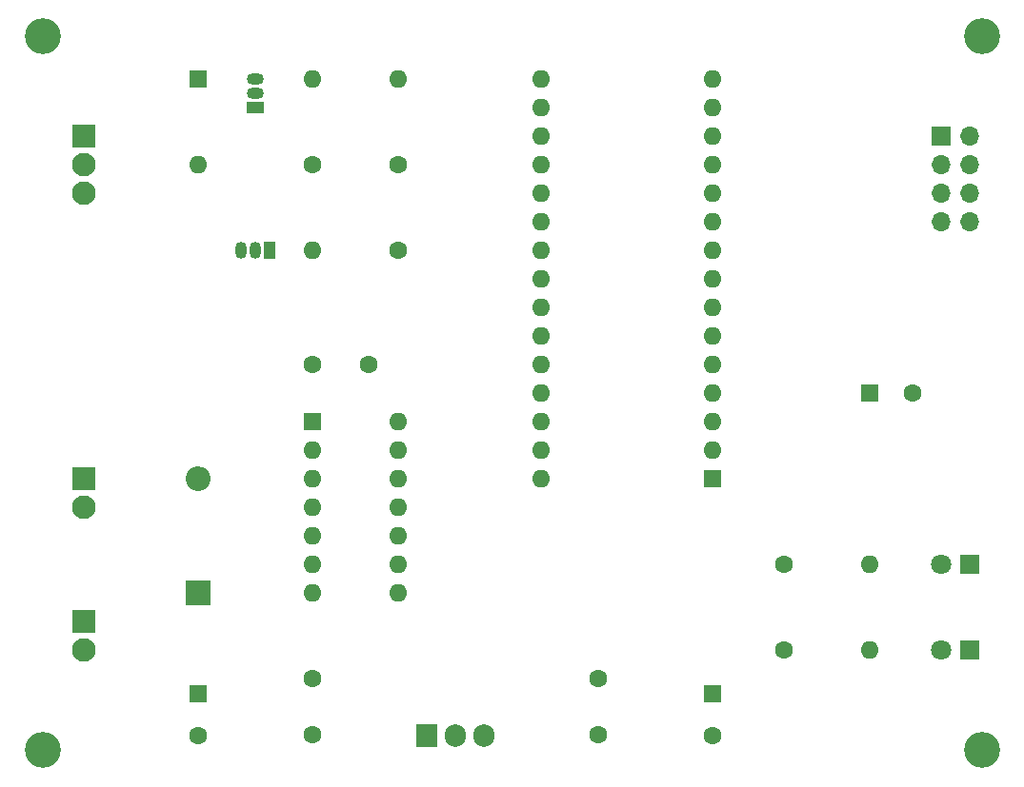
<source format=gbr>
%TF.GenerationSoftware,KiCad,Pcbnew,7.0.6*%
%TF.CreationDate,2023-08-14T15:02:37+02:00*%
%TF.ProjectId,ps2_mouse_to_serial_port_adapter_in_a_box,7073325f-6d6f-4757-9365-5f746f5f7365,rev?*%
%TF.SameCoordinates,Original*%
%TF.FileFunction,Soldermask,Top*%
%TF.FilePolarity,Negative*%
%FSLAX46Y46*%
G04 Gerber Fmt 4.6, Leading zero omitted, Abs format (unit mm)*
G04 Created by KiCad (PCBNEW 7.0.6) date 2023-08-14 15:02:37*
%MOMM*%
%LPD*%
G01*
G04 APERTURE LIST*
%ADD10C,3.200000*%
%ADD11R,2.100000X2.100000*%
%ADD12C,2.100000*%
%ADD13R,1.600000X1.600000*%
%ADD14C,1.600000*%
%ADD15R,2.200000X2.200000*%
%ADD16O,2.200000X2.200000*%
%ADD17R,1.800000X1.800000*%
%ADD18C,1.800000*%
%ADD19O,1.600000X1.600000*%
%ADD20R,1.500000X1.050000*%
%ADD21O,1.500000X1.050000*%
%ADD22R,1.050000X1.500000*%
%ADD23O,1.050000X1.500000*%
%ADD24R,1.905000X2.000000*%
%ADD25O,1.905000X2.000000*%
%ADD26R,1.700000X1.700000*%
%ADD27O,1.700000X1.700000*%
G04 APERTURE END LIST*
D10*
%TO.C,H4*%
X99069000Y-79069000D03*
%TD*%
%TO.C,H3*%
X15569000Y-79069000D03*
%TD*%
%TO.C,H2*%
X99069000Y-15569000D03*
%TD*%
%TO.C,H1*%
X15569000Y-15569000D03*
%TD*%
D11*
%TO.C,J1*%
X19219000Y-67639000D03*
D12*
X19219000Y-70179000D03*
%TD*%
D13*
%TO.C,C5*%
X75099000Y-73999000D03*
D14*
X75099000Y-77799000D03*
%TD*%
D15*
%TO.C,D2*%
X29379000Y-65099000D03*
D16*
X29379000Y-54939000D03*
%TD*%
D17*
%TO.C,D4*%
X97959000Y-70179000D03*
D18*
X95419000Y-70179000D03*
%TD*%
D13*
%TO.C,U1*%
X39539000Y-49859000D03*
D19*
X39539000Y-52399000D03*
X39539000Y-54939000D03*
X39539000Y-57479000D03*
X39539000Y-60019000D03*
X39539000Y-62559000D03*
X39539000Y-65099000D03*
X47159000Y-65099000D03*
X47159000Y-62559000D03*
X47159000Y-60019000D03*
X47159000Y-57479000D03*
X47159000Y-54939000D03*
X47159000Y-52399000D03*
X47159000Y-49859000D03*
%TD*%
D13*
%TO.C,D1*%
X29379000Y-19379000D03*
D19*
X29379000Y-26999000D03*
%TD*%
D14*
%TO.C,R1*%
X47159000Y-26999000D03*
D19*
X47159000Y-19379000D03*
%TD*%
D14*
%TO.C,C3*%
X39539000Y-72719000D03*
X39539000Y-77719000D03*
%TD*%
%TO.C,R2*%
X39539000Y-26999000D03*
D19*
X39539000Y-19379000D03*
%TD*%
D17*
%TO.C,D3*%
X97959000Y-62559000D03*
D18*
X95419000Y-62559000D03*
%TD*%
D20*
%TO.C,U2*%
X34459000Y-21919000D03*
D21*
X34459000Y-20649000D03*
X34459000Y-19379000D03*
%TD*%
D14*
%TO.C,R3*%
X47159000Y-34619000D03*
D19*
X39539000Y-34619000D03*
%TD*%
D14*
%TO.C,R4*%
X81449000Y-62559000D03*
D19*
X89069000Y-62559000D03*
%TD*%
D14*
%TO.C,C4*%
X64939000Y-72719000D03*
X64939000Y-77719000D03*
%TD*%
D11*
%TO.C,J3*%
X19219000Y-24459000D03*
D12*
X19219000Y-26999000D03*
X19219000Y-29539000D03*
%TD*%
D22*
%TO.C,Q1*%
X35729000Y-34619000D03*
D23*
X34459000Y-34619000D03*
X33189000Y-34619000D03*
%TD*%
D13*
%TO.C,A1*%
X75099000Y-54939000D03*
D19*
X75099000Y-52399000D03*
X75099000Y-49859000D03*
X75099000Y-47319000D03*
X75099000Y-44779000D03*
X75099000Y-42239000D03*
X75099000Y-39699000D03*
X75099000Y-37159000D03*
X75099000Y-34619000D03*
X75099000Y-32079000D03*
X75099000Y-29539000D03*
X75099000Y-26999000D03*
X75099000Y-24459000D03*
X75099000Y-21919000D03*
X75099000Y-19379000D03*
X59859000Y-19379000D03*
X59859000Y-21919000D03*
X59859000Y-24459000D03*
X59859000Y-26999000D03*
X59859000Y-29539000D03*
X59859000Y-32079000D03*
X59859000Y-34619000D03*
X59859000Y-37159000D03*
X59859000Y-39699000D03*
X59859000Y-42239000D03*
X59859000Y-44779000D03*
X59859000Y-47319000D03*
X59859000Y-49859000D03*
X59859000Y-52399000D03*
X59859000Y-54939000D03*
%TD*%
D14*
%TO.C,R5*%
X81449000Y-70179000D03*
D19*
X89069000Y-70179000D03*
%TD*%
D24*
%TO.C,U3*%
X49699000Y-77799000D03*
D25*
X52239000Y-77799000D03*
X54779000Y-77799000D03*
%TD*%
D26*
%TO.C,J2*%
X95419000Y-24459000D03*
D27*
X97959000Y-24459000D03*
X95419000Y-26999000D03*
X97959000Y-26999000D03*
X95419000Y-29539000D03*
X97959000Y-29539000D03*
X95419000Y-32079000D03*
X97959000Y-32079000D03*
%TD*%
D13*
%TO.C,C2*%
X29379000Y-73999000D03*
D14*
X29379000Y-77799000D03*
%TD*%
D13*
%TO.C,C1*%
X89079000Y-47319000D03*
D14*
X92879000Y-47319000D03*
%TD*%
D11*
%TO.C,SW1*%
X19219000Y-54939000D03*
D12*
X19219000Y-57479000D03*
%TD*%
D14*
%TO.C,C6*%
X44539000Y-44779000D03*
X39539000Y-44779000D03*
%TD*%
M02*

</source>
